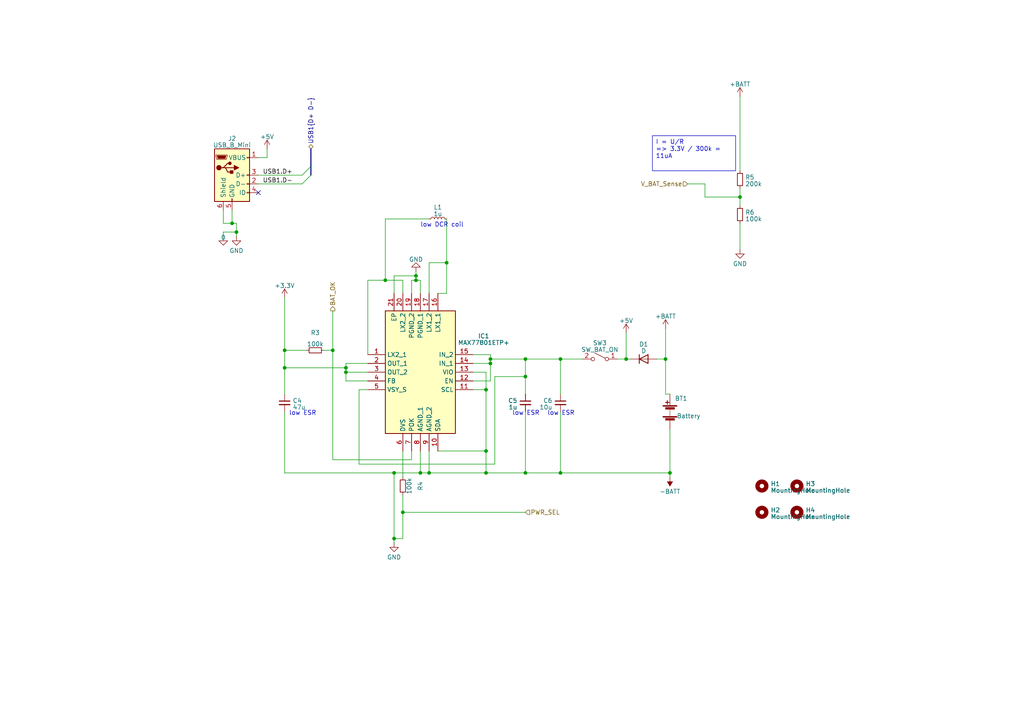
<source format=kicad_sch>
(kicad_sch (version 20230121) (generator eeschema)
  (paper "A4")
  (lib_symbols
    (symbol "Connector:USB_B_Mini" (pin_names (offset 1.016))
      (property "Reference" "J" (at -5.08 11.43 0))
      (property "Value" "USB_B_Mini" (at -5.08 8.89 0))
      (symbol "USB_B_Mini_0_1"
        (rectangle (start -5.08 -7.62) (end 5.08 7.62) (stroke (width 0.254)) (fill (type background)))
        (circle (center -3.81 2.159) (radius 0.635) (stroke (width 0.254)) (fill (type outline)))
        (circle (center -0.635 3.429) (radius 0.381) (stroke (width 0.254)) (fill (type outline)))
        (rectangle (start -0.127 -7.62) (end 0.127 -6.858))
        (polyline (pts (xy -1.905 2.159) (xy 0.635 2.159)) (stroke (width 0.254)))
        (polyline (pts (xy -3.175 2.159) (xy -2.54 2.159) (xy -1.27 3.429) (xy -0.635 3.429)) (stroke (width 0.254)))
        (polyline (pts (xy -2.54 2.159) (xy -1.905 2.159) (xy -1.27 0.889) (xy 0 0.889)) (stroke (width 0.254)))
        (polyline (pts (xy 0.635 2.794) (xy 0.635 1.524) (xy 1.905 2.159) (xy 0.635 2.794)) (stroke (width 0.254)) (fill (type outline)))
        (polyline (pts (xy -4.318 5.588) (xy -1.778 5.588) (xy -2.032 4.826) (xy -4.064 4.826) (xy -4.318 5.588)) (fill (type outline)))
        (polyline (pts (xy -4.699 5.842) (xy -4.699 5.588) (xy -4.445 4.826) (xy -4.445 4.572) (xy -1.651 4.572) (xy -1.651 4.826) (xy -1.397 5.588) (xy -1.397 5.842) (xy -4.699 5.842)))
        (rectangle (start 0.254 1.27) (end -0.508 0.508) (stroke (width 0.254)) (fill (type outline)))
        (rectangle (start 5.08 -5.207) (end 4.318 -4.953))
        (rectangle (start 5.08 -2.667) (end 4.318 -2.413))
        (rectangle (start 5.08 -0.127) (end 4.318 0.127))
        (rectangle (start 5.08 4.953) (end 4.318 5.207))
      )
      (symbol "USB_B_Mini_1_1"
        (pin power_out line (at 7.62 5.08 180) (length 2.54) (name "VBUS") (number "1"))
        (pin bidirectional line (at 7.62 -2.54 180) (length 2.54) (name "D-") (number "2"))
        (pin bidirectional line (at 7.62 0 180) (length 2.54) (name "D+") (number "3"))
        (pin passive line (at 7.62 -5.08 180) (length 2.54) (name "ID") (number "4"))
        (pin power_out line (at 0 -10.16 90) (length 2.54) (name "GND") (number "5"))
        (pin passive line (at -2.54 -10.16 90) (length 2.54) (name "Shield") (number "6"))
      )
    )
    (symbol "Device:Battery" (pin_numbers hide) (pin_names (offset 0) hide)
      (property "Reference" "BT" (at 2.54 2.54 0))
      (property "Value" "Battery" (at 2.54 0 0))
      (symbol "Battery_0_1"
        (rectangle (start -2.032 -1.397) (end 2.032 -1.651) (fill (type outline)))
        (rectangle (start -2.032 1.778) (end 2.032 1.524) (fill (type outline)))
        (rectangle (start -1.3208 -1.9812) (end 1.27 -2.4892) (fill (type outline)))
        (rectangle (start -1.3208 1.1938) (end 1.27 0.6858) (fill (type outline)))
        (polyline (pts (xy 0 -1.524) (xy 0 -1.27)))
        (polyline (pts (xy 0 -1.016) (xy 0 -0.762)))
        (polyline (pts (xy 0 -0.508) (xy 0 -0.254)))
        (polyline (pts (xy 0 0) (xy 0 0.254)))
        (polyline (pts (xy 0 0.508) (xy 0 0.762)))
        (polyline (pts (xy 0 1.778) (xy 0 2.54)))
        (polyline (pts (xy 0.254 2.667) (xy 1.27 2.667)) (stroke (width 0.254)))
        (polyline (pts (xy 0.762 3.175) (xy 0.762 2.159)) (stroke (width 0.254)))
      )
      (symbol "Battery_1_1"
        (pin passive line (at 0 5.08 270) (length 2.54) (name "+") (number "1"))
        (pin passive line (at 0 -5.08 90) (length 2.54) (name "-") (number "2"))
      )
    )
    (symbol "Device:C_Small" (pin_numbers hide) (pin_names (offset 0.254) hide)
      (property "Reference" "C" (at 0.254 1.778 0))
      (property "Value" "C_Small" (at 0.254 -2.032 0))
      (symbol "C_Small_0_1"
        (polyline (pts (xy -1.524 -0.508) (xy 1.524 -0.508)) (stroke (width 0.3302)))
        (polyline (pts (xy -1.524 0.508) (xy 1.524 0.508)) (stroke (width 0.3048)))
      )
      (symbol "C_Small_1_1"
        (pin passive line (at 0 2.54 270) (length 2.032) (name "~") (number "1"))
        (pin passive line (at 0 -2.54 90) (length 2.032) (name "~") (number "2"))
      )
    )
    (symbol "Device:D" (pin_numbers hide) (pin_names (offset 1.016) hide)
      (property "Reference" "D" (at 0 2.54 0))
      (property "Value" "D" (at 0 -2.54 0))
      (symbol "D_0_1"
        (polyline (pts (xy -1.27 1.27) (xy -1.27 -1.27)) (stroke (width 0.254)))
        (polyline (pts (xy 1.27 0) (xy -1.27 0)))
        (polyline (pts (xy 1.27 1.27) (xy 1.27 -1.27) (xy -1.27 0) (xy 1.27 1.27)) (stroke (width 0.254)))
      )
      (symbol "D_1_1"
        (pin passive line (at -3.81 0 0) (length 2.54) (name "K") (number "1"))
        (pin passive line (at 3.81 0 180) (length 2.54) (name "A") (number "2"))
      )
    )
    (symbol "Device:L_Small" (pin_numbers hide) (pin_names (offset 0.254) hide)
      (property "Reference" "L" (at 0.762 1.016 0))
      (property "Value" "L_Small" (at 0.762 -1.016 0))
      (symbol "L_Small_0_1"
        (arc (start 0 -2.032) (mid 0.5058 -1.524) (end 0 -1.016))
        (arc (start 0 -1.016) (mid 0.5058 -0.508) (end 0 0))
        (arc (start 0 0) (mid 0.5058 0.508) (end 0 1.016))
        (arc (start 0 1.016) (mid 0.5058 1.524) (end 0 2.032))
      )
      (symbol "L_Small_1_1"
        (pin passive line (at 0 2.54 270) (length 0.508) (name "~") (number "1"))
        (pin passive line (at 0 -2.54 90) (length 0.508) (name "~") (number "2"))
      )
    )
    (symbol "Device:R_Small" (pin_numbers hide) (pin_names (offset 0.254) hide)
      (property "Reference" "R" (at 0.762 0.508 0))
      (property "Value" "R_Small" (at 0.762 -1.016 0))
      (symbol "R_Small_0_1"
        (rectangle (start -0.762 1.778) (end 0.762 -1.778) (stroke (width 0.2032)))
      )
      (symbol "R_Small_1_1"
        (pin passive line (at 0 2.54 270) (length 0.762) (name "~") (number "1"))
        (pin passive line (at 0 -2.54 90) (length 0.762) (name "~") (number "2"))
      )
    )
    (symbol "MAX77827BEWC:MAX77801ETP+"
      (property "Reference" "IC" (at 26.67 17.78 0))
      (property "Value" "MAX77801ETP+" (at 26.67 15.24 0))
      (symbol "MAX77801ETP+_1_1"
        (rectangle (start 5.08 12.7) (end 25.4 -22.86) (stroke (width 0.254)) (fill (type background)))
        (pin passive line (at 0 0 0) (length 5.08) (name "LX2_1") (number "1"))
        (pin passive line (at 20.32 -27.94 90) (length 5.08) (name "SDA") (number "10"))
        (pin passive line (at 30.48 -10.16 180) (length 5.08) (name "SCL") (number "11"))
        (pin passive line (at 30.48 -7.62 180) (length 5.08) (name "EN") (number "12"))
        (pin passive line (at 30.48 -5.08 180) (length 5.08) (name "VIO") (number "13"))
        (pin passive line (at 30.48 -2.54 180) (length 5.08) (name "IN_1") (number "14"))
        (pin passive line (at 30.48 0 180) (length 5.08) (name "IN_2") (number "15"))
        (pin passive line (at 20.32 17.78 270) (length 5.08) (name "LX1_1") (number "16"))
        (pin passive line (at 17.78 17.78 270) (length 5.08) (name "LX1_2") (number "17"))
        (pin passive line (at 15.24 17.78 270) (length 5.08) (name "PGND_1") (number "18"))
        (pin passive line (at 12.7 17.78 270) (length 5.08) (name "PGND_2") (number "19"))
        (pin passive line (at 0 -2.54 0) (length 5.08) (name "OUT_1") (number "2"))
        (pin passive line (at 10.16 17.78 270) (length 5.08) (name "LX2_2") (number "20"))
        (pin passive line (at 7.62 17.78 270) (length 5.08) (name "EP") (number "21"))
        (pin passive line (at 0 -5.08 0) (length 5.08) (name "OUT_2") (number "3"))
        (pin passive line (at 0 -7.62 0) (length 5.08) (name "FB") (number "4"))
        (pin passive line (at 0 -10.16 0) (length 5.08) (name "VSY_S") (number "5"))
        (pin passive line (at 10.16 -27.94 90) (length 5.08) (name "DVS") (number "6"))
        (pin passive line (at 12.7 -27.94 90) (length 5.08) (name "POK") (number "7"))
        (pin passive line (at 15.24 -27.94 90) (length 5.08) (name "AGND_1") (number "8"))
        (pin passive line (at 17.78 -27.94 90) (length 5.08) (name "AGND_2") (number "9"))
      )
    )
    (symbol "Mechanical:MountingHole" (pin_names (offset 1.016))
      (property "Reference" "H" (at 0 5.08 0))
      (property "Value" "MountingHole" (at 0 3.175 0))
      (symbol "MountingHole_0_1"
        (circle (center 0 0) (radius 1.27) (stroke (width 1.27)))
      )
    )
    (symbol "Simulation_SPICE:0" (power) (pin_names (offset 0))
      (property "Value" "0" (at 0 -1.778 0))
      (symbol "0_0_1"
        (polyline (pts (xy -1.27 0) (xy 0 -1.27) (xy 1.27 0) (xy -1.27 0)))
      )
      (symbol "0_1_1"
        (pin power_in line (at 0 0 0) (length 0) hide (name "0") (number "1"))
      )
    )
    (symbol "Switch:SW_SPST" (pin_names (offset 0) hide)
      (property "Reference" "SW" (at 0 3.175 0))
      (property "Value" "SW_SPST" (at 0 -2.54 0))
      (symbol "SW_SPST_0_0"
        (circle (center -2.032 0) (radius 0.508))
        (polyline (pts (xy -1.524 0.254) (xy 1.524 1.778)))
        (circle (center 2.032 0) (radius 0.508))
      )
      (symbol "SW_SPST_1_1"
        (pin passive line (at -5.08 0 0) (length 2.54) (name "A") (number "1"))
        (pin passive line (at 5.08 0 180) (length 2.54) (name "B") (number "2"))
      )
    )
    (symbol "power:+3.3V" (power) (pin_names (offset 0))
      (property "Value" "+3.3V" (at 0 3.556 0))
      (symbol "+3.3V_0_1"
        (polyline (pts (xy -0.762 1.27) (xy 0 2.54)))
        (polyline (pts (xy 0 0) (xy 0 2.54)))
        (polyline (pts (xy 0 2.54) (xy 0.762 1.27)))
      )
      (symbol "+3.3V_1_1"
        (pin power_in line (at 0 0 90) (length 0) hide (name "+3.3V") (number "1"))
      )
    )
    (symbol "power:+5V" (power) (pin_names (offset 0))
      (property "Value" "+5V" (at 0 3.556 0))
      (symbol "+5V_0_1"
        (polyline (pts (xy -0.762 1.27) (xy 0 2.54)))
        (polyline (pts (xy 0 0) (xy 0 2.54)))
        (polyline (pts (xy 0 2.54) (xy 0.762 1.27)))
      )
      (symbol "+5V_1_1"
        (pin power_in line (at 0 0 90) (length 0) hide (name "+5V") (number "1"))
      )
    )
    (symbol "power:+BATT" (power) (pin_names (offset 0))
      (property "Value" "+BATT" (at 0 3.556 0))
      (symbol "+BATT_0_1"
        (polyline (pts (xy -0.762 1.27) (xy 0 2.54)))
        (polyline (pts (xy 0 0) (xy 0 2.54)))
        (polyline (pts (xy 0 2.54) (xy 0.762 1.27)))
      )
      (symbol "+BATT_1_1"
        (pin power_in line (at 0 0 90) (length 0) hide (name "+BATT") (number "1"))
      )
    )
    (symbol "power:-BATT" (power) (pin_names (offset 0))
      (property "Value" "-BATT" (at 0 3.556 0))
      (symbol "-BATT_0_1"
        (polyline (pts (xy 0 0) (xy 0 2.54)))
        (polyline (pts (xy 0.762 1.27) (xy -0.762 1.27) (xy 0 2.54) (xy 0.762 1.27)) (fill (type outline)))
      )
      (symbol "-BATT_1_1"
        (pin power_in line (at 0 0 90) (length 0) hide (name "-BATT") (number "1"))
      )
    )
    (symbol "power:GND" (power) (pin_names (offset 0))
      (property "Value" "GND" (at 0 -3.81 0))
      (symbol "GND_0_1"
        (polyline (pts (xy 0 0) (xy 0 -1.27) (xy 1.27 -1.27) (xy 0 -2.54) (xy -1.27 -1.27) (xy 0 -1.27)))
      )
      (symbol "GND_1_1"
        (pin power_in line (at 0 0 270) (length 0) hide (name "GND") (number "1"))
      )
    )
  )
  (junction (at 162.56 104.14))
  (junction (at 214.63 57.15))
  (junction (at 111.76 81.28))
  (junction (at 152.4 137.16))
  (junction (at 114.3 137.16))
  (junction (at 140.97 130.81))
  (junction (at 142.24 104.14))
  (junction (at 100.33 107.95))
  (junction (at 152.4 104.14))
  (junction (at 114.3 156.21))
  (junction (at 162.56 137.16))
  (junction (at 194.31 137.16))
  (junction (at 121.92 137.16))
  (junction (at 96.52 101.6))
  (junction (at 68.58 67.31))
  (junction (at 120.65 81.28))
  (junction (at 129.54 76.2))
  (junction (at 82.55 101.6))
  (junction (at 193.04 104.14))
  (junction (at 120.65 80.01))
  (junction (at 142.24 105.41))
  (junction (at 124.46 137.16))
  (junction (at 67.31 64.77))
  (junction (at 140.97 137.16))
  (junction (at 82.55 106.68))
  (junction (at 116.84 148.59))
  (junction (at 100.33 106.68))
  (junction (at 181.61 104.14))
  (junction (at 152.4 109.22))
  (junction (at 140.97 113.03))
  (no_connect (at 74.93 55.88))
  (bus_entry (at 87.63 53.34) (size 2.54 -2.54))
  (bus_entry (at 87.63 50.8) (size 2.54 -2.54))
  (wire (pts (xy 82.55 101.6) (xy 82.55 106.68)))
  (wire (pts (xy 106.68 113.03) (xy 104.14 113.03)))
  (wire (pts (xy 142.24 104.14) (xy 152.4 104.14)))
  (wire (pts (xy 204.47 53.34) (xy 199.39 53.34)))
  (wire (pts (xy 74.93 53.34) (xy 87.63 53.34)))
  (wire (pts (xy 100.33 105.41) (xy 106.68 105.41)))
  (bus (pts (xy 90.17 48.26) (xy 90.17 50.8)))
  (wire (pts (xy 162.56 137.16) (xy 194.31 137.16)))
  (wire (pts (xy 111.76 63.5) (xy 111.76 81.28)))
  (wire (pts (xy 124.46 76.2) (xy 129.54 76.2)))
  (wire (pts (xy 194.31 124.46) (xy 194.31 137.16)))
  (wire (pts (xy 140.97 137.16) (xy 152.4 137.16)))
  (wire (pts (xy 82.55 106.68) (xy 82.55 114.3)))
  (wire (pts (xy 64.77 60.96) (xy 64.77 64.77)))
  (wire (pts (xy 116.84 156.21) (xy 114.3 156.21)))
  (wire (pts (xy 204.47 57.15) (xy 204.47 53.34)))
  (wire (pts (xy 142.24 105.41) (xy 142.24 104.14)))
  (wire (pts (xy 137.16 107.95) (xy 140.97 107.95)))
  (wire (pts (xy 181.61 96.52) (xy 181.61 104.14)))
  (wire (pts (xy 96.52 90.17) (xy 96.52 101.6)))
  (wire (pts (xy 140.97 107.95) (xy 140.97 113.03)))
  (wire (pts (xy 124.46 85.09) (xy 124.46 76.2)))
  (wire (pts (xy 152.4 119.38) (xy 152.4 137.16)))
  (wire (pts (xy 64.77 69.85) (xy 64.77 67.31)))
  (wire (pts (xy 214.63 64.77) (xy 214.63 72.39)))
  (wire (pts (xy 140.97 130.81) (xy 140.97 137.16)))
  (wire (pts (xy 93.98 101.6) (xy 96.52 101.6)))
  (wire (pts (xy 100.33 107.95) (xy 100.33 106.68)))
  (wire (pts (xy 214.63 27.94) (xy 214.63 49.53)))
  (wire (pts (xy 162.56 104.14) (xy 168.91 104.14)))
  (wire (pts (xy 143.51 134.62) (xy 143.51 109.22)))
  (wire (pts (xy 193.04 95.25) (xy 193.04 104.14)))
  (wire (pts (xy 137.16 105.41) (xy 142.24 105.41)))
  (wire (pts (xy 116.84 81.28) (xy 116.84 85.09)))
  (wire (pts (xy 106.68 107.95) (xy 100.33 107.95)))
  (wire (pts (xy 143.51 109.22) (xy 152.4 109.22)))
  (wire (pts (xy 82.55 86.36) (xy 82.55 101.6)))
  (wire (pts (xy 152.4 104.14) (xy 162.56 104.14)))
  (wire (pts (xy 193.04 114.3) (xy 194.31 114.3)))
  (wire (pts (xy 114.3 80.01) (xy 120.65 80.01)))
  (wire (pts (xy 116.84 148.59) (xy 116.84 156.21)))
  (wire (pts (xy 119.38 130.81) (xy 119.38 133.35)))
  (wire (pts (xy 104.14 113.03) (xy 104.14 134.62)))
  (wire (pts (xy 116.84 138.43) (xy 116.84 130.81)))
  (wire (pts (xy 120.65 81.28) (xy 121.92 81.28)))
  (wire (pts (xy 182.88 104.14) (xy 181.61 104.14)))
  (wire (pts (xy 193.04 104.14) (xy 193.04 114.3)))
  (wire (pts (xy 119.38 81.28) (xy 120.65 81.28)))
  (wire (pts (xy 152.4 104.14) (xy 152.4 109.22)))
  (wire (pts (xy 121.92 130.81) (xy 121.92 137.16)))
  (wire (pts (xy 137.16 110.49) (xy 142.24 110.49)))
  (wire (pts (xy 142.24 102.87) (xy 137.16 102.87)))
  (wire (pts (xy 120.65 81.28) (xy 120.65 80.01)))
  (wire (pts (xy 124.46 130.81) (xy 124.46 137.16)))
  (wire (pts (xy 74.93 45.72) (xy 77.47 45.72)))
  (wire (pts (xy 106.68 81.28) (xy 111.76 81.28)))
  (wire (pts (xy 100.33 110.49) (xy 106.68 110.49)))
  (wire (pts (xy 82.55 106.68) (xy 100.33 106.68)))
  (wire (pts (xy 119.38 85.09) (xy 119.38 81.28)))
  (wire (pts (xy 129.54 85.09) (xy 127 85.09)))
  (wire (pts (xy 214.63 57.15) (xy 214.63 59.69)))
  (wire (pts (xy 142.24 110.49) (xy 142.24 105.41)))
  (wire (pts (xy 114.3 85.09) (xy 114.3 80.01)))
  (wire (pts (xy 114.3 137.16) (xy 121.92 137.16)))
  (wire (pts (xy 64.77 64.77) (xy 67.31 64.77)))
  (wire (pts (xy 129.54 76.2) (xy 129.54 85.09)))
  (wire (pts (xy 121.92 81.28) (xy 121.92 85.09)))
  (wire (pts (xy 127 130.81) (xy 140.97 130.81)))
  (wire (pts (xy 152.4 148.59) (xy 116.84 148.59)))
  (wire (pts (xy 68.58 67.31) (xy 68.58 68.58)))
  (wire (pts (xy 96.52 133.35) (xy 96.52 101.6)))
  (wire (pts (xy 162.56 119.38) (xy 162.56 137.16)))
  (wire (pts (xy 194.31 138.43) (xy 194.31 137.16)))
  (wire (pts (xy 114.3 157.48) (xy 114.3 156.21)))
  (wire (pts (xy 104.14 134.62) (xy 143.51 134.62)))
  (wire (pts (xy 214.63 54.61) (xy 214.63 57.15)))
  (wire (pts (xy 120.65 80.01) (xy 120.65 78.74)))
  (wire (pts (xy 137.16 113.03) (xy 140.97 113.03)))
  (wire (pts (xy 179.07 104.14) (xy 181.61 104.14)))
  (wire (pts (xy 114.3 156.21) (xy 114.3 137.16)))
  (wire (pts (xy 67.31 64.77) (xy 68.58 64.77)))
  (wire (pts (xy 129.54 63.5) (xy 129.54 76.2)))
  (wire (pts (xy 82.55 101.6) (xy 88.9 101.6)))
  (wire (pts (xy 64.77 67.31) (xy 68.58 67.31)))
  (wire (pts (xy 82.55 119.38) (xy 82.55 137.16)))
  (wire (pts (xy 77.47 45.72) (xy 77.47 43.18)))
  (wire (pts (xy 68.58 64.77) (xy 68.58 67.31)))
  (wire (pts (xy 142.24 104.14) (xy 142.24 102.87)))
  (wire (pts (xy 100.33 106.68) (xy 100.33 105.41)))
  (wire (pts (xy 116.84 143.51) (xy 116.84 148.59)))
  (wire (pts (xy 162.56 104.14) (xy 162.56 114.3)))
  (wire (pts (xy 152.4 109.22) (xy 152.4 114.3)))
  (wire (pts (xy 121.92 137.16) (xy 124.46 137.16)))
  (bus (pts (xy 90.17 43.18) (xy 90.17 48.26)))
  (wire (pts (xy 214.63 57.15) (xy 204.47 57.15)))
  (wire (pts (xy 82.55 137.16) (xy 114.3 137.16)))
  (wire (pts (xy 140.97 113.03) (xy 140.97 130.81)))
  (wire (pts (xy 111.76 81.28) (xy 116.84 81.28)))
  (wire (pts (xy 111.76 63.5) (xy 124.46 63.5)))
  (wire (pts (xy 119.38 133.35) (xy 96.52 133.35)))
  (wire (pts (xy 106.68 102.87) (xy 106.68 81.28)))
  (wire (pts (xy 193.04 104.14) (xy 190.5 104.14)))
  (wire (pts (xy 67.31 60.96) (xy 67.31 64.77)))
  (wire (pts (xy 100.33 107.95) (xy 100.33 110.49)))
  (wire (pts (xy 124.46 137.16) (xy 140.97 137.16)))
  (wire (pts (xy 74.93 50.8) (xy 87.63 50.8)))
  (wire (pts (xy 162.56 137.16) (xy 152.4 137.16)))
  (text_box "I = U/R \n=> 3.3V / 300k = 11uA" (at 189.23 39.37 0) (size 24.13 10.16) (effects (font (size 1.27 1.27)) (justify left top)))
  (text "low ESR" (at 158.75 120.65 0) (effects (font (size 1.27 1.27)) (justify left bottom)))
  (text "low ESR" (at 83.82 120.65 0) (effects (font (size 1.27 1.27)) (justify left bottom)))
  (text "low DCR coil " (at 121.92 66.04 0) (effects (font (size 1.27 1.27)) (justify left bottom)))
  (text "low ESR" (at 148.59 120.65 0) (effects (font (size 1.27 1.27)) (justify left bottom)))
  (label "USB1.D+" (at 76.2 50.8 0))
  (label "USB1.D-" (at 76.2 53.34 0))
  (hierarchical_label "BAT_OK" (shape output) (at 96.52 90.17 90))
  (hierarchical_label "PWR_SEL" (shape input) (at 152.4 148.59 0))
  (hierarchical_label "V_BAT_Sense" (shape input) (at 199.39 53.34 180))
  (hierarchical_label "USB1{D+ D-}" (shape bidirectional) (at 90.17 43.18 90))
  (symbol (lib_id "power:GND") (at 114.3 157.48 0) (unit 1)
    (property "Reference" "#PWR012" (effects hide))
    (property "Value" "GND" (at 114.3 161.6155 0))
  )
  (symbol (lib_id "Device:C_Small") (at 82.55 116.84 0) (unit 1)
    (property "Reference" "C4" (at 84.8741 116.2026 0) (effects (justify left)))
    (property "Value" "47u" (at 84.8741 118.1236 0) (effects (justify left)))
    (property "Footprint" "Capacitor_SMD:C_0805_2012Metric_Pad1.18x1.45mm_HandSolder" (effects hide))
  )
  (symbol (lib_id "Device:C_Small") (at 162.56 116.84 0) (mirror y) (unit 1)
    (property "Reference" "C6" (at 160.2359 116.2026 0) (effects (justify left)))
    (property "Value" "10u" (at 160.2359 118.1236 0) (effects (justify left)))
    (property "Footprint" "Capacitor_SMD:C_0805_2012Metric_Pad1.18x1.45mm_HandSolder" (effects hide))
  )
  (symbol (lib_id "power:GND") (at 214.63 72.39 0) (unit 1)
    (property "Reference" "#PWR018" (effects hide))
    (property "Value" "GND" (at 214.63 76.5255 0))
  )
  (symbol (lib_id "Device:D") (at 186.69 104.14 0) (unit 1)
    (property "Reference" "D1" (at 186.69 99.8601 0))
    (property "Value" "D" (at 186.69 101.7811 0))
    (property "Footprint" "Diode_SMD:D_SOD-323_HandSoldering" (effects hide))
  )
  (symbol (lib_id "power:+5V") (at 77.47 43.18 0) (unit 1)
    (property "Reference" "#PWR010" (effects hide))
    (property "Value" "+5V" (at 77.47 39.6781 0))
  )
  (symbol (lib_id "Connector:USB_B_Mini") (at 67.31 50.8 0) (unit 1)
    (property "Reference" "J2" (at 67.31 40.1701 0))
    (property "Value" "USB_B_Mini" (at 67.31 42.0911 0))
    (property "Footprint" "Connector_USB:USB_Mini-B_Wuerth_65100516121_Horizontal" (effects hide))
  )
  (symbol (lib_id "Device:L_Small") (at 127 63.5 90) (unit 1)
    (property "Reference" "L1" (at 127 60.1113 90))
    (property "Value" "1u" (at 127 62.0323 90))
    (property "Footprint" "Inductor_SMD:L_0805_2012Metric_Pad1.15x1.40mm_HandSolder" (effects hide))
  )
  (symbol (lib_id "MAX77827BEWC:MAX77801ETP+") (at 106.68 102.87 0) (unit 1)
    (property "Reference" "IC1" (at 140.2915 97.4723 0))
    (property "Value" "MAX77801ETP+" (at 140.2915 99.3933 0))
    (property "Footprint" "MAX77827BEWC:QFN50P400X400X80-21N" (effects hide))
    (property "Datasheet" "https://pdfserv.maximintegrated.com/en/ds/MAX77801.pdf" (effects hide))
    (property "Height" "0.8" (effects hide))
    (property "Mouser Part Number" "700-MAX77801ETP+" (effects hide))
    (property "Mouser Price/Stock" "https://www.mouser.co.uk/ProductDetail/Maxim-Integrated/MAX77801ETP%2b?qs=HXFqYaX1Q2xOmrIAObyJhA%3D%3D" (effects hide))
    (property "Manufacturer_Name" "Analog Devices" (effects hide))
    (property "Manufacturer_Part_Number" "MAX77801ETP+" (effects hide))
  )
  (symbol (lib_id "Mechanical:MountingHole") (at 220.98 140.97 0) (unit 1)
    (property "Reference" "H1" (at 223.52 140.3263 0) (effects (justify left)))
    (property "Value" "MountingHole" (at 223.52 142.2473 0) (effects (justify left)))
    (property "Footprint" "MountingHole:MountingHole_2.2mm_M2" (effects hide))
  )
  (symbol (lib_id "power:GND") (at 120.65 78.74 180) (unit 1)
    (property "Reference" "#PWR013" (effects hide))
    (property "Value" "GND" (at 120.65 75.2381 0))
  )
  (symbol (lib_id "Device:R_Small") (at 214.63 52.07 0) (unit 1)
    (property "Reference" "R5" (at 216.1286 51.4263 0) (effects (justify left)))
    (property "Value" "200k" (at 216.1286 53.3473 0) (effects (justify left)))
    (property "Footprint" "Resistor_SMD:R_0805_2012Metric_Pad1.20x1.40mm_HandSolder" (effects hide))
  )
  (symbol (lib_id "Device:C_Small") (at 152.4 116.84 0) (unit 1)
    (property "Reference" "C5" (at 150.0759 116.2026 0) (effects (justify right)))
    (property "Value" "1u" (at 150.0759 118.1236 0) (effects (justify right)))
    (property "Footprint" "Capacitor_SMD:C_0805_2012Metric_Pad1.18x1.45mm_HandSolder" (effects hide))
  )
  (symbol (lib_id "Mechanical:MountingHole") (at 220.98 148.59 0) (unit 1)
    (property "Reference" "H2" (at 223.52 147.9463 0) (effects (justify left)))
    (property "Value" "MountingHole" (at 223.52 149.8673 0) (effects (justify left)))
    (property "Footprint" "MountingHole:MountingHole_2.2mm_M2" (effects hide))
  )
  (symbol (lib_id "power:+3.3V") (at 82.55 86.36 0) (unit 1)
    (property "Reference" "#PWR011" (effects hide))
    (property "Value" "+3.3V" (at 82.55 82.8581 0))
  )
  (symbol (lib_id "Simulation_SPICE:0") (at 64.77 69.85 0) (unit 1)
    (property "Reference" "#GND01" (effects hide))
    (property "Value" "0" (at 64.77 68.8881 0))
  )
  (symbol (lib_id "Device:R_Small") (at 116.84 140.97 0) (unit 1)
    (property "Reference" "R4" (at 121.92 140.97 90))
    (property "Value" "100k" (at 118.6655 140.97 90))
    (property "Footprint" "Resistor_SMD:R_0805_2012Metric_Pad1.20x1.40mm_HandSolder" (effects hide))
  )
  (symbol (lib_id "Mechanical:MountingHole") (at 231.14 140.97 0) (unit 1)
    (property "Reference" "H3" (at 233.68 140.3263 0) (effects (justify left)))
    (property "Value" "MountingHole" (at 233.68 142.2473 0) (effects (justify left)))
    (property "Footprint" "MountingHole:MountingHole_2.2mm_M2" (effects hide))
  )
  (symbol (lib_id "power:-BATT") (at 194.31 138.43 0) (mirror x) (unit 1)
    (property "Reference" "#PWR016" (effects hide))
    (property "Value" "-BATT" (at 194.31 142.5655 0))
  )
  (symbol (lib_id "Device:R_Small") (at 91.44 101.6 90) (unit 1)
    (property "Reference" "R3" (at 91.44 96.52 90))
    (property "Value" "100k" (at 91.44 99.7745 90))
    (property "Footprint" "Resistor_SMD:R_0805_2012Metric_Pad1.20x1.40mm_HandSolder" (effects hide))
  )
  (symbol (lib_id "power:GND") (at 68.58 68.58 0) (unit 1)
    (property "Reference" "#PWR09" (effects hide))
    (property "Value" "GND" (at 68.58 72.7155 0))
  )
  (symbol (lib_id "Device:R_Small") (at 214.63 62.23 0) (unit 1)
    (property "Reference" "R6" (at 216.1286 61.5863 0) (effects (justify left)))
    (property "Value" "100k" (at 216.1286 63.5073 0) (effects (justify left)))
    (property "Footprint" "Resistor_SMD:R_0805_2012Metric_Pad1.20x1.40mm_HandSolder" (effects hide))
  )
  (symbol (lib_id "power:+5V") (at 181.61 96.52 0) (mirror y) (unit 1)
    (property "Reference" "#PWR014" (effects hide))
    (property "Value" "+5V" (at 181.61 93.0181 0))
  )
  (symbol (lib_id "Mechanical:MountingHole") (at 231.14 148.59 0) (unit 1)
    (property "Reference" "H4" (at 233.68 147.9463 0) (effects (justify left)))
    (property "Value" "MountingHole" (at 233.68 149.8673 0) (effects (justify left)))
    (property "Footprint" "MountingHole:MountingHole_2.2mm_M2" (effects hide))
  )
  (symbol (lib_id "power:+BATT") (at 214.63 27.94 0) (unit 1)
    (property "Reference" "#PWR017" (effects hide))
    (property "Value" "+BATT" (at 214.63 24.4381 0))
  )
  (symbol (lib_id "power:+BATT") (at 193.04 95.25 0) (mirror y) (unit 1)
    (property "Reference" "#PWR015" (effects hide))
    (property "Value" "+BATT" (at 193.04 91.7481 0))
  )
  (symbol (lib_id "Switch:SW_SPST") (at 173.99 104.14 0) (mirror y) (unit 1)
    (property "Reference" "SW3" (at 173.99 99.4791 0))
    (property "Value" "SW_BAT_ON" (at 173.99 101.4001 0))
    (property "Footprint" "Button_Switch_THT:SW_E-Switch_EG1271_SPDT" (effects hide))
  )
  (symbol (lib_id "Device:Battery") (at 194.31 119.38 0) (mirror y) (unit 1)
    (property "Reference" "BT1" (at 199.39 115.57 0) (effects (justify left)))
    (property "Value" "Battery" (at 203.2 120.65 0) (effects (justify left)))
    (property "Footprint" "Connector_TE-Connectivity:TE_440055-2_1x02_P2.00mm_Horizontal" (effects hide))
  )
)
</source>
